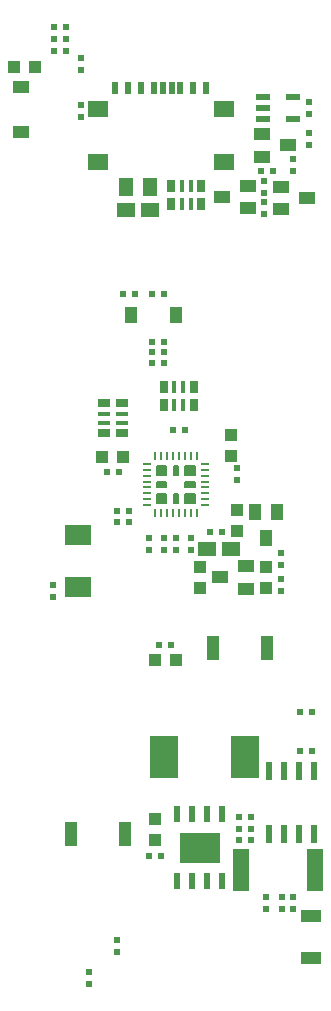
<source format=gbr>
G04 #@! TF.GenerationSoftware,KiCad,Pcbnew,5.1.6-c6e7f7d~87~ubuntu18.04.1*
G04 #@! TF.CreationDate,2022-10-10T13:55:49+03:00*
G04 #@! TF.ProjectId,ESP32-PoE-ISO_Rev_L,45535033-322d-4506-9f45-2d49534f5f52,L*
G04 #@! TF.SameCoordinates,Original*
G04 #@! TF.FileFunction,Paste,Bot*
G04 #@! TF.FilePolarity,Positive*
%FSLAX46Y46*%
G04 Gerber Fmt 4.6, Leading zero omitted, Abs format (unit mm)*
G04 Created by KiCad (PCBNEW 5.1.6-c6e7f7d~87~ubuntu18.04.1) date 2022-10-10 13:55:49*
%MOMM*%
%LPD*%
G01*
G04 APERTURE LIST*
%ADD10C,0.200000*%
%ADD11R,0.600000X1.600000*%
%ADD12R,1.400000X1.000000*%
%ADD13R,1.016000X1.016000*%
%ADD14R,1.016000X2.032000*%
%ADD15R,2.400000X3.600000*%
%ADD16R,0.550000X0.500000*%
%ADD17R,0.500000X0.550000*%
%ADD18R,1.270000X1.524000*%
%ADD19R,1.524000X1.270000*%
%ADD20R,1.778000X1.016000*%
%ADD21R,0.500000X1.000000*%
%ADD22R,1.754000X1.454000*%
%ADD23R,0.381000X1.016000*%
%ADD24R,0.635000X1.016000*%
%ADD25R,1.000000X1.400000*%
%ADD26R,0.230000X0.780000*%
%ADD27R,0.780000X0.230000*%
%ADD28R,1.016000X0.381000*%
%ADD29R,1.016000X0.635000*%
%ADD30R,2.286000X1.778000*%
%ADD31R,3.500000X2.600000*%
%ADD32R,0.600000X1.400000*%
%ADD33R,1.454000X3.654001*%
%ADD34R,1.200000X0.550000*%
G04 APERTURE END LIST*
D10*
X104610000Y-136706000D02*
X104610000Y-137106000D01*
X103810000Y-136706000D02*
X104610000Y-136706000D01*
X103810000Y-137106000D02*
X103810000Y-136706000D01*
X104610000Y-137106000D02*
X103810000Y-137106000D01*
X104610000Y-137006000D02*
X103810000Y-137006000D01*
X103810000Y-136906000D02*
X104610000Y-136906000D01*
X104610000Y-136806000D02*
X103810000Y-136806000D01*
X107010000Y-136806000D02*
X106210000Y-136806000D01*
X106210000Y-136906000D02*
X107010000Y-136906000D01*
X107010000Y-137006000D02*
X106210000Y-137006000D01*
X107010000Y-137106000D02*
X106210000Y-137106000D01*
X106210000Y-137106000D02*
X106210000Y-136706000D01*
X106210000Y-136706000D02*
X107010000Y-136706000D01*
X107010000Y-136706000D02*
X107010000Y-137106000D01*
X105210000Y-136106000D02*
X105610000Y-136106000D01*
X105210000Y-135306000D02*
X105210000Y-136106000D01*
X105610000Y-135306000D02*
X105210000Y-135306000D01*
X105610000Y-136106000D02*
X105610000Y-135306000D01*
X105510000Y-136106000D02*
X105510000Y-135306000D01*
X105410000Y-136106000D02*
X105410000Y-135306000D01*
X105310000Y-136106000D02*
X105310000Y-135306000D01*
X105310000Y-138506000D02*
X105310000Y-137706000D01*
X105410000Y-138506000D02*
X105410000Y-137706000D01*
X105510000Y-138506000D02*
X105510000Y-137706000D01*
X105610000Y-138506000D02*
X105610000Y-137706000D01*
X105610000Y-137706000D02*
X105210000Y-137706000D01*
X105210000Y-137706000D02*
X105210000Y-138506000D01*
X105210000Y-138506000D02*
X105610000Y-138506000D01*
X104610000Y-135406000D02*
X103810000Y-135406000D01*
X104610000Y-135506000D02*
X103810000Y-135506000D01*
X104610000Y-135606000D02*
X103810000Y-135606000D01*
X104610000Y-135706000D02*
X103810000Y-135706000D01*
X104610000Y-135806000D02*
X103810000Y-135806000D01*
X104610000Y-135906000D02*
X103810000Y-135906000D01*
X104610000Y-136006000D02*
X103810000Y-136006000D01*
X104610000Y-136106000D02*
X103810000Y-136106000D01*
X103810000Y-136106000D02*
X103810000Y-135306000D01*
X103810000Y-135306000D02*
X104610000Y-135306000D01*
X104610000Y-135306000D02*
X104610000Y-136106000D01*
X107010000Y-135306000D02*
X107010000Y-136106000D01*
X106210000Y-135306000D02*
X107010000Y-135306000D01*
X106210000Y-136106000D02*
X106210000Y-135306000D01*
X107010000Y-136106000D02*
X106210000Y-136106000D01*
X107010000Y-136006000D02*
X106210000Y-136006000D01*
X107010000Y-135906000D02*
X106210000Y-135906000D01*
X107010000Y-135806000D02*
X106210000Y-135806000D01*
X107010000Y-135706000D02*
X106210000Y-135706000D01*
X107010000Y-135606000D02*
X106210000Y-135606000D01*
X107010000Y-135506000D02*
X106210000Y-135506000D01*
X107010000Y-135406000D02*
X106210000Y-135406000D01*
X104610000Y-137706000D02*
X104610000Y-138506000D01*
X103810000Y-137706000D02*
X104610000Y-137706000D01*
X103810000Y-138506000D02*
X103810000Y-137706000D01*
X104610000Y-138506000D02*
X103810000Y-138506000D01*
X104610000Y-138406000D02*
X103810000Y-138406000D01*
X104610000Y-138306000D02*
X103810000Y-138306000D01*
X104610000Y-138206000D02*
X103810000Y-138206000D01*
X104610000Y-138106000D02*
X103810000Y-138106000D01*
X104610000Y-138006000D02*
X103810000Y-138006000D01*
X104610000Y-137906000D02*
X103810000Y-137906000D01*
X104610000Y-137806000D02*
X103810000Y-137806000D01*
X107010000Y-137806000D02*
X106210000Y-137806000D01*
X107010000Y-137906000D02*
X106210000Y-137906000D01*
X107010000Y-138006000D02*
X106210000Y-138006000D01*
X107010000Y-138106000D02*
X106210000Y-138106000D01*
X107010000Y-138206000D02*
X106210000Y-138206000D01*
X107010000Y-138306000D02*
X106210000Y-138306000D01*
X107010000Y-138406000D02*
X106210000Y-138406000D01*
X107010000Y-138506000D02*
X106210000Y-138506000D01*
X106210000Y-138506000D02*
X106210000Y-137706000D01*
X106210000Y-137706000D02*
X107010000Y-137706000D01*
X107010000Y-137706000D02*
X107010000Y-138506000D01*
D11*
X117094000Y-166530000D03*
X115824000Y-166530000D03*
X114554000Y-166530000D03*
X113284000Y-166530000D03*
X113284000Y-161130000D03*
X114554000Y-161130000D03*
X115824000Y-161130000D03*
X117094000Y-161130000D03*
D12*
X92329000Y-103256000D03*
X92329000Y-107056000D03*
D13*
X91694000Y-101600000D03*
X93472000Y-101600000D03*
D14*
X101092000Y-166497000D03*
X96520000Y-166497000D03*
X113157000Y-150749000D03*
X108585000Y-150749000D03*
D15*
X104423000Y-160020000D03*
X111223000Y-160020000D03*
D16*
X94996000Y-145415000D03*
X94996000Y-146431000D03*
D17*
X95123000Y-99187000D03*
X96139000Y-99187000D03*
X95123000Y-98171000D03*
X96139000Y-98171000D03*
X96139000Y-100203000D03*
X95123000Y-100203000D03*
D13*
X105410000Y-151765000D03*
X103632000Y-151765000D03*
D16*
X114300000Y-142748000D03*
X114300000Y-143764000D03*
D13*
X113030000Y-143891000D03*
X113030000Y-145669000D03*
D18*
X103251000Y-111760000D03*
X101219000Y-111760000D03*
D17*
X106172000Y-132334000D03*
X105156000Y-132334000D03*
X99568000Y-135890000D03*
X100584000Y-135890000D03*
X101473000Y-139192000D03*
X100457000Y-139192000D03*
X109347000Y-140970000D03*
X108331000Y-140970000D03*
X113665000Y-110363000D03*
X112649000Y-110363000D03*
D16*
X97409000Y-105791000D03*
X97409000Y-104775000D03*
D17*
X104394000Y-126619000D03*
X103378000Y-126619000D03*
X104394000Y-124841000D03*
X103378000Y-124841000D03*
X104394000Y-120777000D03*
X103378000Y-120777000D03*
X104394000Y-125730000D03*
X103378000Y-125730000D03*
X100457000Y-140081000D03*
X101473000Y-140081000D03*
D16*
X110617000Y-136525000D03*
X110617000Y-135509000D03*
X105410000Y-141478000D03*
X105410000Y-142494000D03*
X106680000Y-142494000D03*
X106680000Y-141478000D03*
X103124000Y-142494000D03*
X103124000Y-141478000D03*
X104394000Y-142494000D03*
X104394000Y-141478000D03*
X114300000Y-145923000D03*
X114300000Y-144907000D03*
D17*
X105029000Y-150495000D03*
X104013000Y-150495000D03*
D16*
X115316000Y-109347000D03*
X115316000Y-110363000D03*
D12*
X111343440Y-143830040D03*
X111343440Y-145732500D03*
X109133640Y-144777460D03*
X114335560Y-113598960D03*
X114335560Y-111696500D03*
X116545360Y-112651540D03*
D19*
X101219000Y-113665000D03*
X103251000Y-113665000D03*
D20*
X116840000Y-177038000D03*
X116840000Y-173482000D03*
D21*
X100290000Y-103380000D03*
X101390000Y-103380000D03*
X102490000Y-103380000D03*
X103590000Y-103380000D03*
X104340000Y-103380000D03*
X105040000Y-103380000D03*
X105790000Y-103380000D03*
X106890000Y-103380000D03*
X107990000Y-103380000D03*
D22*
X109440000Y-105130000D03*
X98840000Y-105130000D03*
X109440000Y-109580000D03*
X98840000Y-109580000D03*
D13*
X110109000Y-134493000D03*
X110109000Y-132715000D03*
X99187000Y-134620000D03*
X100965000Y-134620000D03*
X107442000Y-143891000D03*
X107442000Y-145669000D03*
X110617000Y-140843000D03*
X110617000Y-139065000D03*
D23*
X106045000Y-128651000D03*
X105283000Y-128651000D03*
X106045000Y-130175000D03*
X105283000Y-130175000D03*
D24*
X106934000Y-128651000D03*
X106934000Y-130175000D03*
X104394000Y-128651000D03*
X104394000Y-130175000D03*
D12*
X111506000Y-111633000D03*
X111506000Y-113535460D03*
X109296200Y-112580420D03*
D19*
X110109000Y-142367000D03*
X108077000Y-142367000D03*
D16*
X116713000Y-108204000D03*
X116713000Y-107188000D03*
D25*
X105405000Y-122555000D03*
X101605000Y-122555000D03*
D17*
X100965000Y-120777000D03*
X101981000Y-120777000D03*
D26*
X103660000Y-139356000D03*
X104160000Y-139356000D03*
X104660000Y-139356000D03*
X105160000Y-139356000D03*
X105660000Y-139356000D03*
X106160000Y-139356000D03*
X106660000Y-139356000D03*
X107160000Y-139356000D03*
D27*
X107860000Y-138656000D03*
X107860000Y-138156000D03*
X107860000Y-137656000D03*
X107860000Y-137156000D03*
X107860000Y-136656000D03*
X107860000Y-136156000D03*
X107860000Y-135656000D03*
X107860000Y-135156000D03*
D26*
X107160000Y-134456000D03*
X106660000Y-134456000D03*
X106160000Y-134456000D03*
X105660000Y-134456000D03*
X105160000Y-134456000D03*
X104660000Y-134456000D03*
X104160000Y-134456000D03*
X103660000Y-134456000D03*
D27*
X102960000Y-135156000D03*
X102960000Y-135656000D03*
X102960000Y-136156000D03*
X102960000Y-136656000D03*
X102960000Y-137156000D03*
X102960000Y-137656000D03*
X102960000Y-138156000D03*
X102960000Y-138656000D03*
D16*
X112903000Y-114046000D03*
X112903000Y-113030000D03*
X112903000Y-112268000D03*
X112903000Y-111252000D03*
D12*
X114892000Y-108204000D03*
X112692000Y-107254000D03*
X112692000Y-109154000D03*
D25*
X113027460Y-141437360D03*
X113982500Y-139227560D03*
X112080040Y-139227560D03*
D24*
X105029000Y-113157000D03*
X105029000Y-111633000D03*
X107569000Y-113157000D03*
X107569000Y-111633000D03*
D23*
X105918000Y-113157000D03*
X106680000Y-113157000D03*
X105918000Y-111633000D03*
X106680000Y-111633000D03*
D28*
X99314000Y-130937000D03*
X99314000Y-131699000D03*
X100838000Y-130937000D03*
X100838000Y-131699000D03*
D29*
X99314000Y-130048000D03*
X100838000Y-130048000D03*
X99314000Y-132588000D03*
X100838000Y-132588000D03*
D30*
X97155000Y-145560000D03*
X97155000Y-141206000D03*
D16*
X100457000Y-175514000D03*
X100457000Y-176530000D03*
X98044000Y-179197000D03*
X98044000Y-178181000D03*
D17*
X111760000Y-167005000D03*
X110744000Y-167005000D03*
D16*
X113030000Y-171831000D03*
X113030000Y-172847000D03*
X115316000Y-172847000D03*
X115316000Y-171831000D03*
X114427000Y-172847000D03*
X114427000Y-171831000D03*
D17*
X103124000Y-168402000D03*
X104140000Y-168402000D03*
X110744000Y-165100000D03*
X111760000Y-165100000D03*
X111760000Y-166116000D03*
X110744000Y-166116000D03*
D31*
X107442000Y-167646000D03*
D32*
X105537000Y-170446000D03*
X106807000Y-170446000D03*
X108077000Y-170446000D03*
X109347000Y-170446000D03*
X109347000Y-164846000D03*
X108077000Y-164846000D03*
X106807000Y-164846000D03*
X105537000Y-164846000D03*
D13*
X103632000Y-165227000D03*
X103632000Y-167005000D03*
D33*
X117196000Y-169545000D03*
X110896000Y-169545000D03*
D16*
X116713000Y-104521000D03*
X116713000Y-105537000D03*
D34*
X115351000Y-104079001D03*
X115351000Y-105979001D03*
X112751000Y-104079001D03*
X112751000Y-105029001D03*
X112751000Y-105979001D03*
D16*
X97409000Y-100838000D03*
X97409000Y-101854000D03*
D17*
X116967000Y-159512000D03*
X115951000Y-159512000D03*
X115951000Y-156210000D03*
X116967000Y-156210000D03*
M02*

</source>
